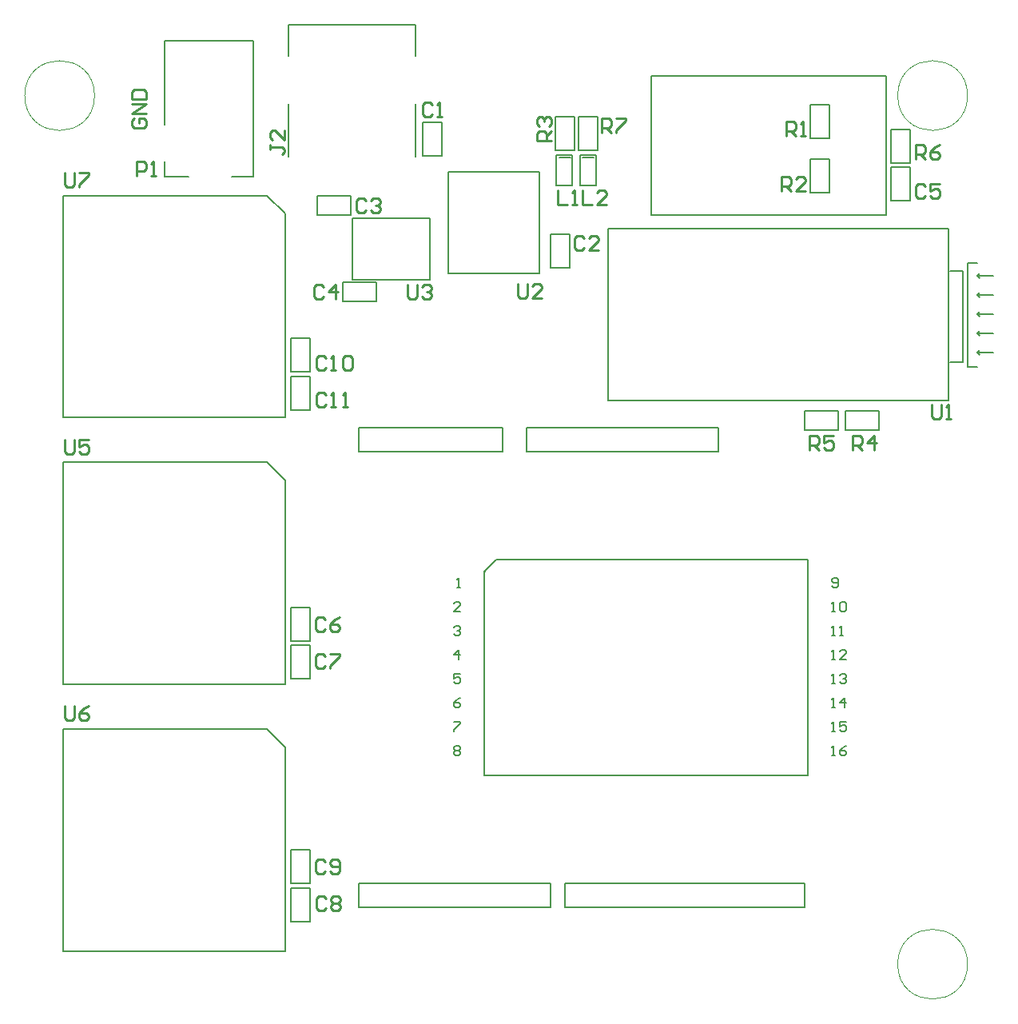
<source format=gto>
G04*
G04 #@! TF.GenerationSoftware,Altium Limited,Altium Designer,19.0.12 (326)*
G04*
G04 Layer_Color=65535*
%FSLAX44Y44*%
%MOMM*%
G71*
G01*
G75*
%ADD10C,0.1000*%
%ADD11C,0.2000*%
%ADD12C,0.2540*%
D10*
X1002000Y960000D02*
G03*
X1002000Y960000I-37000J0D01*
G01*
Y40000D02*
G03*
X1002000Y40000I-37000J0D01*
G01*
X77000Y960000D02*
G03*
X77000Y960000I-37000J0D01*
G01*
D11*
X490300Y240279D02*
Y456179D01*
X502746Y468625D01*
X604854D01*
X490300Y456179D02*
X490554D01*
X718646Y468625D02*
X833200D01*
X490300Y240279D02*
X833200D01*
X833200Y468625D02*
X833200Y240279D01*
X604854Y468625D02*
X718646D01*
X284840Y667220D02*
X305160D01*
X284840D02*
Y702780D01*
X305160D01*
Y667220D02*
Y702780D01*
X284840Y662780D02*
X305160D01*
Y627220D02*
Y662780D01*
X284840Y627220D02*
X305160D01*
X284840D02*
Y662780D01*
X349882Y765060D02*
X432382D01*
Y830060D01*
X349882D02*
X432382D01*
X349882Y765060D02*
Y830060D01*
X375920Y741680D02*
Y762000D01*
X340360Y741680D02*
X375920D01*
X340360D02*
Y762000D01*
X375920D01*
X348640Y833120D02*
Y853440D01*
X313080Y833120D02*
X348640D01*
X313080D02*
Y853440D01*
X348640D01*
X451740Y771580D02*
Y853260D01*
Y771580D02*
X548260D01*
X451740Y879530D02*
X548260D01*
X451740Y853260D02*
Y879530D01*
X548260Y771580D02*
Y879530D01*
X424840Y896220D02*
X445160D01*
X424840D02*
Y931780D01*
X445160D01*
Y896220D02*
Y931780D01*
X915640Y833640D02*
Y980960D01*
X666720D02*
X915640D01*
X666720Y833640D02*
Y980960D01*
Y833640D02*
X915640D01*
X564840Y902220D02*
X585160D01*
X564840D02*
Y937780D01*
X585160D01*
Y902220D02*
Y937780D01*
X589840Y902220D02*
X610160D01*
X589840D02*
Y937780D01*
X610160D01*
Y902220D02*
Y937780D01*
X559840Y777220D02*
X580160D01*
X559840D02*
Y812780D01*
X580160D01*
Y777220D02*
Y812780D01*
X591364Y897272D02*
X608382D01*
X591364Y864506D02*
X608382D01*
X591364D02*
Y897272D01*
X608382Y864506D02*
Y897272D01*
X594158Y894732D02*
X606096D01*
X566364Y897272D02*
X583382D01*
X566364Y864506D02*
X583382D01*
X566364D02*
Y897272D01*
X583382Y864506D02*
Y897272D01*
X569158Y894732D02*
X581096D01*
X284840Y377780D02*
X305160D01*
Y342220D02*
Y377780D01*
X284840Y342220D02*
X305160D01*
X284840D02*
Y377780D01*
X284734Y125374D02*
X305054D01*
X284734D02*
Y160934D01*
X305054D01*
Y125374D02*
Y160934D01*
X284734Y120934D02*
X305054D01*
Y85374D02*
Y120934D01*
X284734Y85374D02*
X305054D01*
X284734D02*
Y120934D01*
X920750Y924430D02*
X941070D01*
Y888870D02*
Y924430D01*
X920750Y888870D02*
X941070D01*
X920750D02*
Y924430D01*
Y848970D02*
X941070D01*
X920750D02*
Y884530D01*
X941070D01*
Y848970D02*
Y884530D01*
X835740Y950030D02*
X856060D01*
Y914470D02*
Y950030D01*
X835740Y914470D02*
X856060D01*
X835740D02*
Y950030D01*
Y857120D02*
X856060D01*
X835740D02*
Y892680D01*
X856060D01*
Y857120D02*
Y892680D01*
X865130Y605790D02*
Y626110D01*
X829570Y605790D02*
X865130D01*
X829570D02*
Y626110D01*
X865130D01*
X908180Y605790D02*
Y626110D01*
X872620Y605790D02*
X908180D01*
X872620D02*
Y626110D01*
X908180D01*
X621160Y818970D02*
X981840Y818970D01*
X621160Y637360D02*
Y818970D01*
Y637360D02*
X981840Y637360D01*
Y818970D01*
X983110Y774520D02*
X997080D01*
Y678000D02*
Y774520D01*
X983110Y678000D02*
X997080D01*
X1002160Y672920D02*
Y782920D01*
X1012320D01*
X1002160Y672920D02*
X1012320D01*
Y769440D02*
X1028830D01*
X1012320D02*
X1014860D01*
X1012320D02*
X1014860Y771980D01*
X1012320Y769440D02*
X1014860Y766900D01*
X1012320Y688160D02*
X1014860Y685620D01*
X1012320Y688160D02*
X1014860Y690700D01*
X1012320Y688160D02*
X1014860D01*
X1012320D02*
X1028830D01*
X1012320Y749120D02*
X1014860Y746580D01*
X1012320Y749120D02*
X1014860Y751660D01*
X1012320Y749120D02*
X1014860D01*
X1012320D02*
X1028830D01*
X1012320Y728800D02*
X1014860Y726260D01*
X1012320Y728800D02*
X1014860Y731340D01*
X1012320Y728800D02*
X1014860D01*
X1012320D02*
X1028830D01*
X1012320Y708480D02*
X1014860Y705940D01*
X1012320Y708480D02*
X1014860Y711020D01*
X1012320Y708480D02*
X1014860D01*
X1012320D02*
X1028830D01*
X282680Y1001920D02*
Y1034940D01*
X417300D01*
X282680Y895240D02*
Y951120D01*
X417300Y895240D02*
Y951120D01*
Y1001920D02*
Y1034940D01*
X222000Y874000D02*
X245000D01*
Y1018000D01*
X151000D02*
X245000D01*
X151000Y929000D02*
Y1018000D01*
Y874000D02*
Y890000D01*
Y874000D02*
X177000D01*
X305160Y382220D02*
Y417780D01*
X284840D02*
X305160D01*
X284840Y382220D02*
Y417780D01*
Y382220D02*
X305160D01*
X534750Y582612D02*
X737950D01*
Y608012D01*
X534750D02*
X737950D01*
X534750Y582612D02*
Y608012D01*
X829390Y100012D02*
Y125412D01*
X575390Y100012D02*
X829390D01*
X575390D02*
Y125412D01*
X594440D01*
X829390D01*
X356950D02*
X560150D01*
X356950Y100012D02*
Y125412D01*
Y100012D02*
X560150D01*
Y125412D01*
X356950Y608012D02*
X509350D01*
X356950Y582612D02*
X509350D01*
Y608012D01*
X356950Y582612D02*
Y608012D01*
X259748Y854202D02*
X278798Y835152D01*
Y618998D02*
Y835152D01*
X43848Y618998D02*
X278798D01*
X43848D02*
Y854202D01*
X259748D01*
Y289052D02*
X278798Y270002D01*
Y53848D02*
Y270002D01*
X43848Y53848D02*
X278798D01*
X43848D02*
Y289052D01*
X259748D01*
Y571627D02*
X278798Y552577D01*
Y336423D02*
Y552577D01*
X43848Y336423D02*
X278798D01*
X43848D02*
Y571627D01*
X259748D01*
X858600Y440809D02*
X860266Y439143D01*
X863598D01*
X865265Y440809D01*
Y447473D01*
X863598Y449140D01*
X860266D01*
X858600Y447473D01*
Y445807D01*
X860266Y444141D01*
X865265D01*
X858600Y413725D02*
X861932D01*
X860266D01*
Y423721D01*
X858600Y422055D01*
X866931D02*
X868597Y423721D01*
X871929D01*
X873595Y422055D01*
Y415391D01*
X871929Y413725D01*
X868597D01*
X866931Y415391D01*
Y422055D01*
X858600Y388307D02*
X861932D01*
X860266D01*
Y398303D01*
X858600Y396637D01*
X866931Y388307D02*
X870263D01*
X868597D01*
Y398303D01*
X866931Y396637D01*
X858600Y362888D02*
X861932D01*
X860266D01*
Y372885D01*
X858600Y371219D01*
X873595Y362888D02*
X866931D01*
X873595Y369553D01*
Y371219D01*
X871929Y372885D01*
X868597D01*
X866931Y371219D01*
X858600Y337470D02*
X861932D01*
X860266D01*
Y347467D01*
X858600Y345801D01*
X866931D02*
X868597Y347467D01*
X871929D01*
X873595Y345801D01*
Y344135D01*
X871929Y342469D01*
X870263D01*
X871929D01*
X873595Y340802D01*
Y339136D01*
X871929Y337470D01*
X868597D01*
X866931Y339136D01*
X858600Y261216D02*
X861932D01*
X860266D01*
Y271213D01*
X858600Y269547D01*
X873595Y271213D02*
X870263Y269547D01*
X866931Y266214D01*
Y262882D01*
X868597Y261216D01*
X871929D01*
X873595Y262882D01*
Y264548D01*
X871929Y266214D01*
X866931D01*
X858600Y286634D02*
X861932D01*
X860266D01*
Y296631D01*
X858600Y294965D01*
X873595Y296631D02*
X866931D01*
Y291632D01*
X870263Y293298D01*
X871929D01*
X873595Y291632D01*
Y288300D01*
X871929Y286634D01*
X868597D01*
X866931Y288300D01*
X858600Y312052D02*
X861932D01*
X860266D01*
Y322049D01*
X858600Y320383D01*
X871929Y312052D02*
Y322049D01*
X866931Y317050D01*
X873595D01*
X457991Y296649D02*
X464655D01*
Y294983D01*
X457991Y288318D01*
Y286652D01*
Y269565D02*
X459657Y271231D01*
X462989D01*
X464655Y269565D01*
Y267898D01*
X462989Y266232D01*
X464655Y264566D01*
Y262900D01*
X462989Y261234D01*
X459657D01*
X457991Y262900D01*
Y264566D01*
X459657Y266232D01*
X457991Y267898D01*
Y269565D01*
X459657Y266232D02*
X462989D01*
X464655Y322067D02*
X461323Y320401D01*
X457991Y317069D01*
Y313736D01*
X459657Y312070D01*
X462989D01*
X464655Y313736D01*
Y315403D01*
X462989Y317069D01*
X457991D01*
X464655Y347485D02*
X457991D01*
Y342487D01*
X461323Y344153D01*
X462989D01*
X464655Y342487D01*
Y339155D01*
X462989Y337488D01*
X459657D01*
X457991Y339155D01*
X462989Y362906D02*
Y372903D01*
X457991Y367905D01*
X464655D01*
X457991Y396655D02*
X459657Y398321D01*
X462989D01*
X464655Y396655D01*
Y394989D01*
X462989Y393323D01*
X461323D01*
X462989D01*
X464655Y391657D01*
Y389991D01*
X462989Y388325D01*
X459657D01*
X457991Y389991D01*
X464655Y413743D02*
X457991D01*
X464655Y420407D01*
Y422073D01*
X462989Y423740D01*
X459657D01*
X457991Y422073D01*
X461323Y439161D02*
X464655D01*
X462989D01*
Y449158D01*
X461323Y447491D01*
D12*
X45372Y878581D02*
Y865885D01*
X47911Y863346D01*
X52990D01*
X55529Y865885D01*
Y878581D01*
X60607D02*
X70764D01*
Y876042D01*
X60607Y865885D01*
Y863346D01*
X45372Y313431D02*
Y300735D01*
X47911Y298196D01*
X52990D01*
X55529Y300735D01*
Y313431D01*
X70764D02*
X65685Y310892D01*
X60607Y305814D01*
Y300735D01*
X63146Y298196D01*
X68225D01*
X70764Y300735D01*
Y303274D01*
X68225Y305814D01*
X60607D01*
X45372Y595879D02*
Y583183D01*
X47911Y580644D01*
X52990D01*
X55529Y583183D01*
Y595879D01*
X70764D02*
X60607D01*
Y588261D01*
X65685Y590801D01*
X68225D01*
X70764Y588261D01*
Y583183D01*
X68225Y580644D01*
X63146D01*
X60607Y583183D01*
X408940Y759455D02*
Y746759D01*
X411479Y744220D01*
X416558D01*
X419097Y746759D01*
Y759455D01*
X424175Y756916D02*
X426714Y759455D01*
X431793D01*
X434332Y756916D01*
Y754377D01*
X431793Y751837D01*
X429253D01*
X431793D01*
X434332Y749298D01*
Y746759D01*
X431793Y744220D01*
X426714D01*
X424175Y746759D01*
X525780Y760725D02*
Y748029D01*
X528319Y745490D01*
X533397D01*
X535937Y748029D01*
Y760725D01*
X551172Y745490D02*
X541015D01*
X551172Y755647D01*
Y758186D01*
X548633Y760725D01*
X543554D01*
X541015Y758186D01*
X963930Y632455D02*
Y619759D01*
X966469Y617220D01*
X971547D01*
X974087Y619759D01*
Y632455D01*
X979165Y617220D02*
X984243D01*
X981704D01*
Y632455D01*
X979165Y629916D01*
X614680Y920750D02*
Y935985D01*
X622298D01*
X624837Y933446D01*
Y928367D01*
X622298Y925828D01*
X614680D01*
X619758D02*
X624837Y920750D01*
X629915Y935985D02*
X640072D01*
Y933446D01*
X629915Y923289D01*
Y920750D01*
X947420Y892680D02*
Y907915D01*
X955038D01*
X957577Y905376D01*
Y900297D01*
X955038Y897758D01*
X947420D01*
X952498D02*
X957577Y892680D01*
X972812Y907915D02*
X967733Y905376D01*
X962655Y900297D01*
Y895219D01*
X965194Y892680D01*
X970273D01*
X972812Y895219D01*
Y897758D01*
X970273Y900297D01*
X962655D01*
X834390Y584200D02*
Y599435D01*
X842008D01*
X844547Y596896D01*
Y591818D01*
X842008Y589278D01*
X834390D01*
X839468D02*
X844547Y584200D01*
X859782Y599435D02*
X849625D01*
Y591818D01*
X854703Y594357D01*
X857243D01*
X859782Y591818D01*
Y586739D01*
X857243Y584200D01*
X852164D01*
X849625Y586739D01*
X880110Y584200D02*
Y599435D01*
X887728D01*
X890267Y596896D01*
Y591818D01*
X887728Y589278D01*
X880110D01*
X885188D02*
X890267Y584200D01*
X902963D02*
Y599435D01*
X895345Y591818D01*
X905502D01*
X561340Y912250D02*
X546105D01*
Y919867D01*
X548644Y922407D01*
X553722D01*
X556262Y919867D01*
Y912250D01*
Y917328D02*
X561340Y922407D01*
X548644Y927485D02*
X546105Y930024D01*
Y935103D01*
X548644Y937642D01*
X551183D01*
X553722Y935103D01*
Y932563D01*
Y935103D01*
X556262Y937642D01*
X558801D01*
X561340Y935103D01*
Y930024D01*
X558801Y927485D01*
X805180Y858520D02*
Y873755D01*
X812797D01*
X815337Y871216D01*
Y866137D01*
X812797Y863598D01*
X805180D01*
X810258D02*
X815337Y858520D01*
X830572D02*
X820415D01*
X830572Y868677D01*
Y871216D01*
X828033Y873755D01*
X822954D01*
X820415Y871216D01*
X810260Y916940D02*
Y932175D01*
X817878D01*
X820417Y929636D01*
Y924557D01*
X817878Y922018D01*
X810260D01*
X815338D02*
X820417Y916940D01*
X825495D02*
X830573D01*
X828034D01*
Y932175D01*
X825495Y929636D01*
X121920Y875030D02*
Y890265D01*
X129537D01*
X132077Y887726D01*
Y882647D01*
X129537Y880108D01*
X121920D01*
X137155Y875030D02*
X142233D01*
X139694D01*
Y890265D01*
X137155Y887726D01*
X594158Y859785D02*
Y844550D01*
X604315D01*
X619550D02*
X609393D01*
X619550Y854707D01*
Y857246D01*
X617011Y859785D01*
X611932D01*
X609393Y857246D01*
X567690Y859785D02*
Y844550D01*
X577847D01*
X582925D02*
X588003D01*
X585464D01*
Y859785D01*
X582925Y857246D01*
X119384Y935987D02*
X116845Y933447D01*
Y928369D01*
X119384Y925830D01*
X129541D01*
X132080Y928369D01*
Y933447D01*
X129541Y935987D01*
X124462D01*
Y930908D01*
X132080Y941065D02*
X116845D01*
X132080Y951222D01*
X116845D01*
Y956300D02*
X132080D01*
Y963918D01*
X129541Y966457D01*
X119384D01*
X116845Y963918D01*
Y956300D01*
X262895Y908047D02*
Y902968D01*
Y905508D01*
X275591D01*
X278130Y902968D01*
Y900429D01*
X275591Y897890D01*
X278130Y923282D02*
Y913125D01*
X267973Y923282D01*
X265434D01*
X262895Y920743D01*
Y915664D01*
X265434Y913125D01*
X322577Y642616D02*
X320037Y645155D01*
X314959D01*
X312420Y642616D01*
Y632459D01*
X314959Y629920D01*
X320037D01*
X322577Y632459D01*
X327655Y629920D02*
X332733D01*
X330194D01*
Y645155D01*
X327655Y642616D01*
X340351Y629920D02*
X345429D01*
X342890D01*
Y645155D01*
X340351Y642616D01*
X322577Y681986D02*
X320037Y684525D01*
X314959D01*
X312420Y681986D01*
Y671829D01*
X314959Y669290D01*
X320037D01*
X322577Y671829D01*
X327655Y669290D02*
X332733D01*
X330194D01*
Y684525D01*
X327655Y681986D01*
X340351D02*
X342890Y684525D01*
X347968D01*
X350508Y681986D01*
Y671829D01*
X347968Y669290D01*
X342890D01*
X340351Y671829D01*
Y681986D01*
X321307Y148586D02*
X318768Y151125D01*
X313689D01*
X311150Y148586D01*
Y138429D01*
X313689Y135890D01*
X318768D01*
X321307Y138429D01*
X326385D02*
X328924Y135890D01*
X334003D01*
X336542Y138429D01*
Y148586D01*
X334003Y151125D01*
X328924D01*
X326385Y148586D01*
Y146047D01*
X328924Y143507D01*
X336542D01*
X322577Y109216D02*
X320037Y111755D01*
X314959D01*
X312420Y109216D01*
Y99059D01*
X314959Y96520D01*
X320037D01*
X322577Y99059D01*
X327655Y109216D02*
X330194Y111755D01*
X335273D01*
X337812Y109216D01*
Y106677D01*
X335273Y104137D01*
X337812Y101598D01*
Y99059D01*
X335273Y96520D01*
X330194D01*
X327655Y99059D01*
Y101598D01*
X330194Y104137D01*
X327655Y106677D01*
Y109216D01*
X330194Y104137D02*
X335273D01*
X321307Y365756D02*
X318768Y368295D01*
X313689D01*
X311150Y365756D01*
Y355599D01*
X313689Y353060D01*
X318768D01*
X321307Y355599D01*
X326385Y368295D02*
X336542D01*
Y365756D01*
X326385Y355599D01*
Y353060D01*
X321307Y405375D02*
X318768Y407914D01*
X313689D01*
X311150Y405375D01*
Y395218D01*
X313689Y392679D01*
X318768D01*
X321307Y395218D01*
X336542Y407914D02*
X331463Y405375D01*
X326385Y400297D01*
Y395218D01*
X328924Y392679D01*
X334003D01*
X336542Y395218D01*
Y397757D01*
X334003Y400297D01*
X326385D01*
X957577Y863596D02*
X955038Y866135D01*
X949959D01*
X947420Y863596D01*
Y853439D01*
X949959Y850900D01*
X955038D01*
X957577Y853439D01*
X972812Y866135D02*
X962655D01*
Y858518D01*
X967733Y861057D01*
X970273D01*
X972812Y858518D01*
Y853439D01*
X970273Y850900D01*
X965194D01*
X962655Y853439D01*
X320037Y756916D02*
X317498Y759455D01*
X312419D01*
X309880Y756916D01*
Y746759D01*
X312419Y744220D01*
X317498D01*
X320037Y746759D01*
X332733Y744220D02*
Y759455D01*
X325115Y751837D01*
X335272D01*
X364995Y848356D02*
X362455Y850895D01*
X357377D01*
X354838Y848356D01*
Y838199D01*
X357377Y835660D01*
X362455D01*
X364995Y838199D01*
X370073Y848356D02*
X372612Y850895D01*
X377691D01*
X380230Y848356D01*
Y845817D01*
X377691Y843278D01*
X375151D01*
X377691D01*
X380230Y840738D01*
Y838199D01*
X377691Y835660D01*
X372612D01*
X370073Y838199D01*
X595317Y808986D02*
X592777Y811525D01*
X587699D01*
X585160Y808986D01*
Y798829D01*
X587699Y796290D01*
X592777D01*
X595317Y798829D01*
X610552Y796290D02*
X600395D01*
X610552Y806447D01*
Y808986D01*
X608013Y811525D01*
X602934D01*
X600395Y808986D01*
X434997Y949956D02*
X432458Y952495D01*
X427379D01*
X424840Y949956D01*
Y939799D01*
X427379Y937260D01*
X432458D01*
X434997Y939799D01*
X440075Y937260D02*
X445153D01*
X442614D01*
Y952495D01*
X440075Y949956D01*
M02*

</source>
